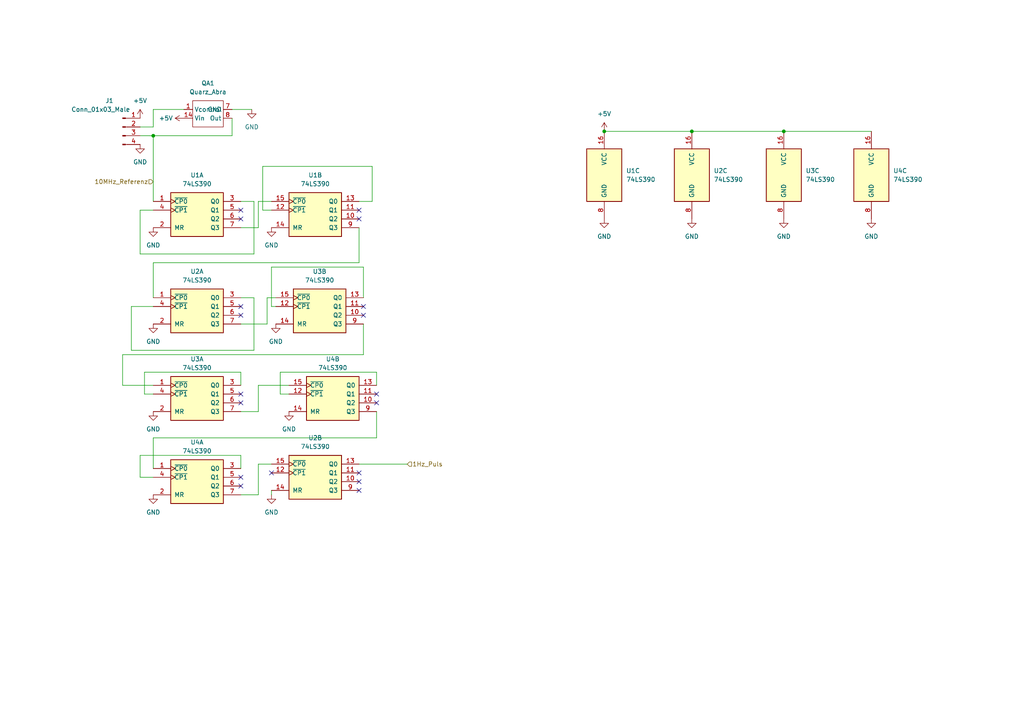
<source format=kicad_sch>
(kicad_sch (version 20211123) (generator eeschema)

  (uuid 1073eef9-231c-41a6-95ef-1b1d45b1153b)

  (paper "A4")

  (lib_symbols
    (symbol "74xx:74LS390" (pin_names (offset 1.016)) (in_bom yes) (on_board yes)
      (property "Reference" "U" (id 0) (at -7.62 8.89 0)
        (effects (font (size 1.27 1.27)))
      )
      (property "Value" "74LS390" (id 1) (at -7.62 -8.89 0)
        (effects (font (size 1.27 1.27)))
      )
      (property "Footprint" "" (id 2) (at 0 0 0)
        (effects (font (size 1.27 1.27)) hide)
      )
      (property "Datasheet" "http://www.ti.com/lit/gpn/sn74LS390" (id 3) (at 0 0 0)
        (effects (font (size 1.27 1.27)) hide)
      )
      (property "ki_locked" "" (id 4) (at 0 0 0)
        (effects (font (size 1.27 1.27)))
      )
      (property "ki_keywords" "TTL CNT CNT4" (id 5) (at 0 0 0)
        (effects (font (size 1.27 1.27)) hide)
      )
      (property "ki_description" "Dual BCD 4-bit counter" (id 6) (at 0 0 0)
        (effects (font (size 1.27 1.27)) hide)
      )
      (property "ki_fp_filters" "DIP?16*" (id 7) (at 0 0 0)
        (effects (font (size 1.27 1.27)) hide)
      )
      (symbol "74LS390_1_0"
        (pin input clock (at -12.7 2.54 0) (length 5.08)
          (name "~{CP0}" (effects (font (size 1.27 1.27))))
          (number "1" (effects (font (size 1.27 1.27))))
        )
        (pin input line (at -12.7 -5.08 0) (length 5.08)
          (name "MR" (effects (font (size 1.27 1.27))))
          (number "2" (effects (font (size 1.27 1.27))))
        )
        (pin output line (at 12.7 2.54 180) (length 5.08)
          (name "Q0" (effects (font (size 1.27 1.27))))
          (number "3" (effects (font (size 1.27 1.27))))
        )
        (pin input clock (at -12.7 0 0) (length 5.08)
          (name "~{CP1}" (effects (font (size 1.27 1.27))))
          (number "4" (effects (font (size 1.27 1.27))))
        )
        (pin output line (at 12.7 0 180) (length 5.08)
          (name "Q1" (effects (font (size 1.27 1.27))))
          (number "5" (effects (font (size 1.27 1.27))))
        )
        (pin output line (at 12.7 -2.54 180) (length 5.08)
          (name "Q2" (effects (font (size 1.27 1.27))))
          (number "6" (effects (font (size 1.27 1.27))))
        )
        (pin output line (at 12.7 -5.08 180) (length 5.08)
          (name "Q3" (effects (font (size 1.27 1.27))))
          (number "7" (effects (font (size 1.27 1.27))))
        )
      )
      (symbol "74LS390_1_1"
        (rectangle (start -7.62 5.08) (end 7.62 -7.62)
          (stroke (width 0.254) (type default) (color 0 0 0 0))
          (fill (type background))
        )
      )
      (symbol "74LS390_2_0"
        (pin output line (at 12.7 -2.54 180) (length 5.08)
          (name "Q2" (effects (font (size 1.27 1.27))))
          (number "10" (effects (font (size 1.27 1.27))))
        )
        (pin output line (at 12.7 0 180) (length 5.08)
          (name "Q1" (effects (font (size 1.27 1.27))))
          (number "11" (effects (font (size 1.27 1.27))))
        )
        (pin input clock (at -12.7 0 0) (length 5.08)
          (name "~{CP1}" (effects (font (size 1.27 1.27))))
          (number "12" (effects (font (size 1.27 1.27))))
        )
        (pin output line (at 12.7 2.54 180) (length 5.08)
          (name "Q0" (effects (font (size 1.27 1.27))))
          (number "13" (effects (font (size 1.27 1.27))))
        )
        (pin input line (at -12.7 -5.08 0) (length 5.08)
          (name "MR" (effects (font (size 1.27 1.27))))
          (number "14" (effects (font (size 1.27 1.27))))
        )
        (pin input clock (at -12.7 2.54 0) (length 5.08)
          (name "~{CP0}" (effects (font (size 1.27 1.27))))
          (number "15" (effects (font (size 1.27 1.27))))
        )
        (pin output line (at 12.7 -5.08 180) (length 5.08)
          (name "Q3" (effects (font (size 1.27 1.27))))
          (number "9" (effects (font (size 1.27 1.27))))
        )
      )
      (symbol "74LS390_2_1"
        (rectangle (start -7.62 5.08) (end 7.62 -7.62)
          (stroke (width 0.254) (type default) (color 0 0 0 0))
          (fill (type background))
        )
      )
      (symbol "74LS390_3_0"
        (pin power_in line (at 0 12.7 270) (length 5.08)
          (name "VCC" (effects (font (size 1.27 1.27))))
          (number "16" (effects (font (size 1.27 1.27))))
        )
        (pin power_in line (at 0 -12.7 90) (length 5.08)
          (name "GND" (effects (font (size 1.27 1.27))))
          (number "8" (effects (font (size 1.27 1.27))))
        )
      )
      (symbol "74LS390_3_1"
        (rectangle (start -5.08 7.62) (end 5.08 -7.62)
          (stroke (width 0.254) (type default) (color 0 0 0 0))
          (fill (type background))
        )
      )
    )
    (symbol "Connector:Conn_01x04_Male" (pin_names (offset 1.016) hide) (in_bom yes) (on_board yes)
      (property "Reference" "J" (id 0) (at 0 5.08 0)
        (effects (font (size 1.27 1.27)))
      )
      (property "Value" "Conn_01x04_Male" (id 1) (at 0 -7.62 0)
        (effects (font (size 1.27 1.27)))
      )
      (property "Footprint" "" (id 2) (at 0 0 0)
        (effects (font (size 1.27 1.27)) hide)
      )
      (property "Datasheet" "~" (id 3) (at 0 0 0)
        (effects (font (size 1.27 1.27)) hide)
      )
      (property "ki_keywords" "connector" (id 4) (at 0 0 0)
        (effects (font (size 1.27 1.27)) hide)
      )
      (property "ki_description" "Generic connector, single row, 01x04, script generated (kicad-library-utils/schlib/autogen/connector/)" (id 5) (at 0 0 0)
        (effects (font (size 1.27 1.27)) hide)
      )
      (property "ki_fp_filters" "Connector*:*_1x??_*" (id 6) (at 0 0 0)
        (effects (font (size 1.27 1.27)) hide)
      )
      (symbol "Conn_01x04_Male_1_1"
        (polyline
          (pts
            (xy 1.27 -5.08)
            (xy 0.8636 -5.08)
          )
          (stroke (width 0.1524) (type default) (color 0 0 0 0))
          (fill (type none))
        )
        (polyline
          (pts
            (xy 1.27 -2.54)
            (xy 0.8636 -2.54)
          )
          (stroke (width 0.1524) (type default) (color 0 0 0 0))
          (fill (type none))
        )
        (polyline
          (pts
            (xy 1.27 0)
            (xy 0.8636 0)
          )
          (stroke (width 0.1524) (type default) (color 0 0 0 0))
          (fill (type none))
        )
        (polyline
          (pts
            (xy 1.27 2.54)
            (xy 0.8636 2.54)
          )
          (stroke (width 0.1524) (type default) (color 0 0 0 0))
          (fill (type none))
        )
        (rectangle (start 0.8636 -4.953) (end 0 -5.207)
          (stroke (width 0.1524) (type default) (color 0 0 0 0))
          (fill (type outline))
        )
        (rectangle (start 0.8636 -2.413) (end 0 -2.667)
          (stroke (width 0.1524) (type default) (color 0 0 0 0))
          (fill (type outline))
        )
        (rectangle (start 0.8636 0.127) (end 0 -0.127)
          (stroke (width 0.1524) (type default) (color 0 0 0 0))
          (fill (type outline))
        )
        (rectangle (start 0.8636 2.667) (end 0 2.413)
          (stroke (width 0.1524) (type default) (color 0 0 0 0))
          (fill (type outline))
        )
        (pin passive line (at 5.08 2.54 180) (length 3.81)
          (name "Pin_1" (effects (font (size 1.27 1.27))))
          (number "1" (effects (font (size 1.27 1.27))))
        )
        (pin passive line (at 5.08 0 180) (length 3.81)
          (name "Pin_2" (effects (font (size 1.27 1.27))))
          (number "2" (effects (font (size 1.27 1.27))))
        )
        (pin passive line (at 5.08 -2.54 180) (length 3.81)
          (name "Pin_3" (effects (font (size 1.27 1.27))))
          (number "3" (effects (font (size 1.27 1.27))))
        )
        (pin passive line (at 5.08 -5.08 180) (length 3.81)
          (name "Pin_4" (effects (font (size 1.27 1.27))))
          (number "4" (effects (font (size 1.27 1.27))))
        )
      )
    )
    (symbol "New_Library:Quarz-Adapter" (in_bom yes) (on_board yes)
      (property "Reference" "QA1" (id 0) (at 9.525 19.05 0)
        (effects (font (size 1.27 1.27)))
      )
      (property "Value" "Quarz_Abra" (id 1) (at 9.525 16.51 0)
        (effects (font (size 1.27 1.27)))
      )
      (property "Footprint" "Library:Quarz-Abra" (id 2) (at 0 0 0)
        (effects (font (size 1.27 1.27)) hide)
      )
      (property "Datasheet" "" (id 3) (at 0 0 0)
        (effects (font (size 1.27 1.27)) hide)
      )
      (symbol "Quarz-Adapter_0_1"
        (rectangle (start 5.08 13.97) (end 13.97 6.35)
          (stroke (width 0) (type default) (color 0 0 0 0))
          (fill (type none))
        )
      )
      (symbol "Quarz-Adapter_1_1"
        (pin input line (at 2.54 11.43 0) (length 2.54)
          (name "Vcontrol" (effects (font (size 1.27 1.27))))
          (number "1" (effects (font (size 1.27 1.27))))
        )
        (pin input line (at 2.54 8.89 0) (length 2.54)
          (name "Vin" (effects (font (size 1.27 1.27))))
          (number "14" (effects (font (size 1.27 1.27))))
        )
        (pin output line (at 16.51 11.43 180) (length 2.54)
          (name "GND" (effects (font (size 1.27 1.27))))
          (number "7" (effects (font (size 1.27 1.27))))
        )
        (pin input line (at 16.51 8.89 180) (length 2.54)
          (name "Out" (effects (font (size 1.27 1.27))))
          (number "8" (effects (font (size 1.27 1.27))))
        )
      )
    )
    (symbol "power:+5V" (power) (pin_names (offset 0)) (in_bom yes) (on_board yes)
      (property "Reference" "#PWR" (id 0) (at 0 -3.81 0)
        (effects (font (size 1.27 1.27)) hide)
      )
      (property "Value" "+5V" (id 1) (at 0 3.556 0)
        (effects (font (size 1.27 1.27)))
      )
      (property "Footprint" "" (id 2) (at 0 0 0)
        (effects (font (size 1.27 1.27)) hide)
      )
      (property "Datasheet" "" (id 3) (at 0 0 0)
        (effects (font (size 1.27 1.27)) hide)
      )
      (property "ki_keywords" "power-flag" (id 4) (at 0 0 0)
        (effects (font (size 1.27 1.27)) hide)
      )
      (property "ki_description" "Power symbol creates a global label with name \"+5V\"" (id 5) (at 0 0 0)
        (effects (font (size 1.27 1.27)) hide)
      )
      (symbol "+5V_0_1"
        (polyline
          (pts
            (xy -0.762 1.27)
            (xy 0 2.54)
          )
          (stroke (width 0) (type default) (color 0 0 0 0))
          (fill (type none))
        )
        (polyline
          (pts
            (xy 0 0)
            (xy 0 2.54)
          )
          (stroke (width 0) (type default) (color 0 0 0 0))
          (fill (type none))
        )
        (polyline
          (pts
            (xy 0 2.54)
            (xy 0.762 1.27)
          )
          (stroke (width 0) (type default) (color 0 0 0 0))
          (fill (type none))
        )
      )
      (symbol "+5V_1_1"
        (pin power_in line (at 0 0 90) (length 0) hide
          (name "+5V" (effects (font (size 1.27 1.27))))
          (number "1" (effects (font (size 1.27 1.27))))
        )
      )
    )
    (symbol "power:GND" (power) (pin_names (offset 0)) (in_bom yes) (on_board yes)
      (property "Reference" "#PWR" (id 0) (at 0 -6.35 0)
        (effects (font (size 1.27 1.27)) hide)
      )
      (property "Value" "GND" (id 1) (at 0 -3.81 0)
        (effects (font (size 1.27 1.27)))
      )
      (property "Footprint" "" (id 2) (at 0 0 0)
        (effects (font (size 1.27 1.27)) hide)
      )
      (property "Datasheet" "" (id 3) (at 0 0 0)
        (effects (font (size 1.27 1.27)) hide)
      )
      (property "ki_keywords" "power-flag" (id 4) (at 0 0 0)
        (effects (font (size 1.27 1.27)) hide)
      )
      (property "ki_description" "Power symbol creates a global label with name \"GND\" , ground" (id 5) (at 0 0 0)
        (effects (font (size 1.27 1.27)) hide)
      )
      (symbol "GND_0_1"
        (polyline
          (pts
            (xy 0 0)
            (xy 0 -1.27)
            (xy 1.27 -1.27)
            (xy 0 -2.54)
            (xy -1.27 -1.27)
            (xy 0 -1.27)
          )
          (stroke (width 0) (type default) (color 0 0 0 0))
          (fill (type none))
        )
      )
      (symbol "GND_1_1"
        (pin power_in line (at 0 0 270) (length 0) hide
          (name "GND" (effects (font (size 1.27 1.27))))
          (number "1" (effects (font (size 1.27 1.27))))
        )
      )
    )
  )


  (junction (at 200.66 38.1) (diameter 0) (color 0 0 0 0)
    (uuid 0f4ab580-4f74-4b56-9c91-3fc48e3d1ba1)
  )
  (junction (at 175.26 38.1) (diameter 0) (color 0 0 0 0)
    (uuid 54780d6f-4b5b-4ba4-bc55-821e9c655b46)
  )
  (junction (at 227.33 38.1) (diameter 0) (color 0 0 0 0)
    (uuid 9cb83a21-6db2-485f-93ee-28a95e8d59a9)
  )
  (junction (at 44.45 39.37) (diameter 0) (color 0 0 0 0)
    (uuid a7fcb078-d5b3-4d95-9d5a-885b05880103)
  )

  (no_connect (at 69.85 138.43) (uuid 0590ff4d-0e5b-4e22-8f32-37ed11abb41f))
  (no_connect (at 104.14 139.7) (uuid 0c07548c-88e4-4616-a19b-32588a2d27c2))
  (no_connect (at 69.85 60.96) (uuid 271c4426-89f5-49c7-8458-98d4fe088398))
  (no_connect (at 109.22 114.3) (uuid 30004371-a761-497a-8ff7-fe5cf38da0d3))
  (no_connect (at 104.14 142.24) (uuid 3f29c595-9055-427c-aafc-6b484742d122))
  (no_connect (at 109.22 116.84) (uuid 44ab5de8-6349-45e3-bb57-0a769c47fe63))
  (no_connect (at 69.85 91.44) (uuid 55a21e83-9f84-466f-bcb7-feaf20793a52))
  (no_connect (at 69.85 88.9) (uuid 5f51869d-dad7-4131-94d5-2217b31a7e5c))
  (no_connect (at 105.41 91.44) (uuid 61021bfd-89b6-4bf4-ab3d-a2d869c5e217))
  (no_connect (at 104.14 63.5) (uuid 7f65efad-b7b3-4bf4-956d-f5e7eb52e318))
  (no_connect (at 69.85 140.97) (uuid 80221d4d-b10c-4397-9a23-766977a0a0cd))
  (no_connect (at 104.14 60.96) (uuid 8b84018d-ab60-4668-89fd-27d8dc096236))
  (no_connect (at 105.41 88.9) (uuid 945ac778-51df-41e0-8c14-7659135dd1f1))
  (no_connect (at 69.85 116.84) (uuid 97be3e54-f17e-4c9b-8c81-c497084cab81))
  (no_connect (at 78.74 137.16) (uuid a21ebde4-d09a-4a9c-bc23-4cfc6ba1bbb1))
  (no_connect (at 69.85 63.5) (uuid af5b5cab-ebcf-4391-848f-7f34e152448d))
  (no_connect (at 69.85 114.3) (uuid b0a40e3a-8444-417f-adee-8d4543f01d10))
  (no_connect (at 104.14 137.16) (uuid eade1c97-edb1-485e-a02d-0f209051e8d3))

  (wire (pts (xy 69.85 107.95) (xy 41.91 107.95))
    (stroke (width 0) (type default) (color 0 0 0 0))
    (uuid 01eb5fd9-7c11-4d24-b5a2-d423ac5da645)
  )
  (wire (pts (xy 69.85 119.38) (xy 74.93 119.38))
    (stroke (width 0) (type default) (color 0 0 0 0))
    (uuid 03fa870d-18bf-4de5-925c-5d642794fad2)
  )
  (wire (pts (xy 74.93 58.42) (xy 78.74 58.42))
    (stroke (width 0) (type default) (color 0 0 0 0))
    (uuid 085f2d3c-578e-4ed2-8b0d-00c38a7754c4)
  )
  (wire (pts (xy 35.56 102.87) (xy 35.56 111.76))
    (stroke (width 0) (type default) (color 0 0 0 0))
    (uuid 0aa38e14-75ec-4242-bbe6-06d7739c4c7b)
  )
  (wire (pts (xy 40.64 73.66) (xy 40.64 60.96))
    (stroke (width 0) (type default) (color 0 0 0 0))
    (uuid 11896fed-d1e9-488e-a437-75ae94cddd02)
  )
  (wire (pts (xy 77.47 86.36) (xy 80.01 86.36))
    (stroke (width 0) (type default) (color 0 0 0 0))
    (uuid 13a5c4b2-4b80-47f7-9394-60838122d2d5)
  )
  (wire (pts (xy 77.47 93.98) (xy 77.47 86.36))
    (stroke (width 0) (type default) (color 0 0 0 0))
    (uuid 1481778e-85bc-495e-858a-fd57adea0b8b)
  )
  (wire (pts (xy 44.45 127) (xy 44.45 135.89))
    (stroke (width 0) (type default) (color 0 0 0 0))
    (uuid 21d352ad-caea-4cfc-90ea-622e9c7cd52c)
  )
  (wire (pts (xy 73.66 101.6) (xy 38.1 101.6))
    (stroke (width 0) (type default) (color 0 0 0 0))
    (uuid 242f10dc-58b1-42d9-94a3-5cdfd9042b84)
  )
  (wire (pts (xy 69.85 132.08) (xy 40.64 132.08))
    (stroke (width 0) (type default) (color 0 0 0 0))
    (uuid 30f134c1-2dc2-48c1-98f0-dadc95767e5e)
  )
  (wire (pts (xy 73.66 73.66) (xy 40.64 73.66))
    (stroke (width 0) (type default) (color 0 0 0 0))
    (uuid 328d176f-9684-406c-98a9-8e1c8c644fdb)
  )
  (wire (pts (xy 227.33 38.1) (xy 252.73 38.1))
    (stroke (width 0) (type default) (color 0 0 0 0))
    (uuid 336b818c-4a14-49c3-9e76-0b8fc75530f1)
  )
  (wire (pts (xy 80.01 88.9) (xy 78.74 88.9))
    (stroke (width 0) (type default) (color 0 0 0 0))
    (uuid 378d9951-2bee-457c-bca1-10b0219e6613)
  )
  (wire (pts (xy 73.66 58.42) (xy 73.66 73.66))
    (stroke (width 0) (type default) (color 0 0 0 0))
    (uuid 395ed295-6772-4bbb-87cd-69fc5ef91d95)
  )
  (wire (pts (xy 38.1 101.6) (xy 38.1 88.9))
    (stroke (width 0) (type default) (color 0 0 0 0))
    (uuid 415946e8-ddb0-428d-afc2-7617a5fdccbe)
  )
  (wire (pts (xy 109.22 119.38) (xy 109.22 127))
    (stroke (width 0) (type default) (color 0 0 0 0))
    (uuid 44730939-c1fb-4541-b703-0724a04b63f7)
  )
  (wire (pts (xy 104.14 134.62) (xy 118.11 134.62))
    (stroke (width 0) (type default) (color 0 0 0 0))
    (uuid 46a98811-c429-4c92-ab1e-6007fa7e4285)
  )
  (wire (pts (xy 107.95 48.26) (xy 107.95 58.42))
    (stroke (width 0) (type default) (color 0 0 0 0))
    (uuid 49c36b10-a6e9-46a6-acc3-daa252ae652d)
  )
  (wire (pts (xy 44.45 127) (xy 109.22 127))
    (stroke (width 0) (type default) (color 0 0 0 0))
    (uuid 4afe8054-fbcb-4622-b12c-832f8561ffdb)
  )
  (wire (pts (xy 74.93 134.62) (xy 78.74 134.62))
    (stroke (width 0) (type default) (color 0 0 0 0))
    (uuid 4b8e2f56-cbe8-428f-a514-f60fcee3689b)
  )
  (wire (pts (xy 105.41 77.47) (xy 105.41 86.36))
    (stroke (width 0) (type default) (color 0 0 0 0))
    (uuid 58e43656-34a2-4c2e-91f0-7d609d583ef4)
  )
  (wire (pts (xy 78.74 60.96) (xy 76.2 60.96))
    (stroke (width 0) (type default) (color 0 0 0 0))
    (uuid 59a2daa8-9207-4896-89a6-9dd7b04c4afe)
  )
  (wire (pts (xy 69.85 66.04) (xy 74.93 66.04))
    (stroke (width 0) (type default) (color 0 0 0 0))
    (uuid 60647be1-70dc-4e7c-a962-4305a9b39203)
  )
  (wire (pts (xy 53.34 31.75) (xy 44.45 31.75))
    (stroke (width 0) (type default) (color 0 0 0 0))
    (uuid 6081d5c4-9b21-4ead-9486-ba3c7061d80d)
  )
  (wire (pts (xy 44.45 31.75) (xy 44.45 36.83))
    (stroke (width 0) (type default) (color 0 0 0 0))
    (uuid 63a60352-345e-47d5-a4ec-568d38088967)
  )
  (wire (pts (xy 76.2 48.26) (xy 107.95 48.26))
    (stroke (width 0) (type default) (color 0 0 0 0))
    (uuid 64d91f22-3df8-4067-a56d-308121e3febe)
  )
  (wire (pts (xy 44.45 39.37) (xy 44.45 58.42))
    (stroke (width 0) (type default) (color 0 0 0 0))
    (uuid 6aa2bfc0-bae2-4c20-a512-7719c8ee82c3)
  )
  (wire (pts (xy 67.31 31.75) (xy 73.025 31.75))
    (stroke (width 0) (type default) (color 0 0 0 0))
    (uuid 7049fadd-dc18-4f6e-9655-445270345b1b)
  )
  (wire (pts (xy 81.28 107.95) (xy 109.22 107.95))
    (stroke (width 0) (type default) (color 0 0 0 0))
    (uuid 737762a4-b624-4602-89c6-4e98a44feaaf)
  )
  (wire (pts (xy 74.93 143.51) (xy 74.93 134.62))
    (stroke (width 0) (type default) (color 0 0 0 0))
    (uuid 77105a77-55a5-4966-939f-d58e3c740dd5)
  )
  (wire (pts (xy 74.93 119.38) (xy 74.93 111.76))
    (stroke (width 0) (type default) (color 0 0 0 0))
    (uuid 7a16336c-0e58-42e9-bd11-bc40deb47fdf)
  )
  (wire (pts (xy 69.85 58.42) (xy 73.66 58.42))
    (stroke (width 0) (type default) (color 0 0 0 0))
    (uuid 7ab65d22-3fdf-4afc-9e9e-7843ec32d0af)
  )
  (wire (pts (xy 41.91 107.95) (xy 41.91 114.3))
    (stroke (width 0) (type default) (color 0 0 0 0))
    (uuid 7f758f41-40be-410e-9eae-0c4a7925d4f5)
  )
  (wire (pts (xy 40.64 36.83) (xy 44.45 36.83))
    (stroke (width 0) (type default) (color 0 0 0 0))
    (uuid 802b52f9-0dcc-452e-a8a6-ceafeb9a48de)
  )
  (wire (pts (xy 69.85 86.36) (xy 73.66 86.36))
    (stroke (width 0) (type default) (color 0 0 0 0))
    (uuid 812269ee-4857-40c2-a8d6-a765e59dbee0)
  )
  (wire (pts (xy 81.28 114.3) (xy 81.28 107.95))
    (stroke (width 0) (type default) (color 0 0 0 0))
    (uuid 89dace72-809d-405d-8751-46cfec8aa00e)
  )
  (wire (pts (xy 44.45 76.2) (xy 44.45 86.36))
    (stroke (width 0) (type default) (color 0 0 0 0))
    (uuid 8ff5b71d-2567-413c-a66d-3ac3e2fd3d22)
  )
  (wire (pts (xy 76.2 60.96) (xy 76.2 48.26))
    (stroke (width 0) (type default) (color 0 0 0 0))
    (uuid 915aeb27-697d-4216-b81a-c4b78bcbec36)
  )
  (wire (pts (xy 38.1 88.9) (xy 44.45 88.9))
    (stroke (width 0) (type default) (color 0 0 0 0))
    (uuid 9a00d7e1-2fec-4ec9-b6df-54b48cbc869d)
  )
  (wire (pts (xy 74.93 111.76) (xy 83.82 111.76))
    (stroke (width 0) (type default) (color 0 0 0 0))
    (uuid 9cc3a973-de43-4a30-9fe8-918a8d61032c)
  )
  (wire (pts (xy 40.64 132.08) (xy 40.64 138.43))
    (stroke (width 0) (type default) (color 0 0 0 0))
    (uuid 9f0cfaa5-bb32-43ad-ad4b-644ee00f46f0)
  )
  (wire (pts (xy 105.41 102.87) (xy 35.56 102.87))
    (stroke (width 0) (type default) (color 0 0 0 0))
    (uuid a12c4274-f27b-45af-b0ea-7ba4ba50b49a)
  )
  (wire (pts (xy 200.66 38.1) (xy 227.33 38.1))
    (stroke (width 0) (type default) (color 0 0 0 0))
    (uuid a307e859-7e39-4b28-981d-4c570bbe2836)
  )
  (wire (pts (xy 40.64 39.37) (xy 44.45 39.37))
    (stroke (width 0) (type default) (color 0 0 0 0))
    (uuid abec3e5b-9ba5-478f-8bea-5cc5d973e3d7)
  )
  (wire (pts (xy 175.26 38.1) (xy 200.66 38.1))
    (stroke (width 0) (type default) (color 0 0 0 0))
    (uuid ad91d51d-69a6-4895-81bd-1e2268f3fcba)
  )
  (wire (pts (xy 41.91 114.3) (xy 44.45 114.3))
    (stroke (width 0) (type default) (color 0 0 0 0))
    (uuid b81f1b1b-8935-4305-91f6-2fd379b069e4)
  )
  (wire (pts (xy 105.41 93.98) (xy 105.41 102.87))
    (stroke (width 0) (type default) (color 0 0 0 0))
    (uuid b8bf8fa6-356e-400f-b5a3-f4f787ba6f90)
  )
  (wire (pts (xy 74.93 66.04) (xy 74.93 58.42))
    (stroke (width 0) (type default) (color 0 0 0 0))
    (uuid bf8d2c1a-93fa-4f15-bf81-2c163a927b75)
  )
  (wire (pts (xy 69.85 143.51) (xy 74.93 143.51))
    (stroke (width 0) (type default) (color 0 0 0 0))
    (uuid c31021de-b2ed-4e9c-9545-bf69c7f05917)
  )
  (wire (pts (xy 109.22 107.95) (xy 109.22 111.76))
    (stroke (width 0) (type default) (color 0 0 0 0))
    (uuid cd2a2643-1cc3-493d-9740-85ee69efd227)
  )
  (wire (pts (xy 69.85 93.98) (xy 77.47 93.98))
    (stroke (width 0) (type default) (color 0 0 0 0))
    (uuid cec25410-d35a-40e4-b18e-9a1eeef0ae68)
  )
  (wire (pts (xy 78.74 88.9) (xy 78.74 77.47))
    (stroke (width 0) (type default) (color 0 0 0 0))
    (uuid d74006fa-0f84-47e2-bae1-1fb29523bff6)
  )
  (wire (pts (xy 104.14 66.04) (xy 104.14 76.2))
    (stroke (width 0) (type default) (color 0 0 0 0))
    (uuid d7506bb8-d382-4f66-9250-693f255900d9)
  )
  (wire (pts (xy 107.95 58.42) (xy 104.14 58.42))
    (stroke (width 0) (type default) (color 0 0 0 0))
    (uuid dbace8f7-1181-4024-97a0-82e34f32c4dc)
  )
  (wire (pts (xy 35.56 111.76) (xy 44.45 111.76))
    (stroke (width 0) (type default) (color 0 0 0 0))
    (uuid dd1b6899-32de-4ff4-9332-b1bcb177d463)
  )
  (wire (pts (xy 40.64 138.43) (xy 44.45 138.43))
    (stroke (width 0) (type default) (color 0 0 0 0))
    (uuid defa3d83-7e58-4424-b6ea-eaf406c805c7)
  )
  (wire (pts (xy 44.45 39.37) (xy 67.31 39.37))
    (stroke (width 0) (type default) (color 0 0 0 0))
    (uuid df5db1bc-1161-407a-b52b-e21d8ee37e23)
  )
  (wire (pts (xy 67.31 39.37) (xy 67.31 34.29))
    (stroke (width 0) (type default) (color 0 0 0 0))
    (uuid e04f9634-9454-4165-a90c-e011a8a5129f)
  )
  (wire (pts (xy 83.82 114.3) (xy 81.28 114.3))
    (stroke (width 0) (type default) (color 0 0 0 0))
    (uuid e2c382aa-fe95-4620-afe0-700078de31ef)
  )
  (wire (pts (xy 69.85 135.89) (xy 69.85 132.08))
    (stroke (width 0) (type default) (color 0 0 0 0))
    (uuid e75c2d6d-0c6d-4362-98b0-6d1ccbde518e)
  )
  (wire (pts (xy 78.74 77.47) (xy 105.41 77.47))
    (stroke (width 0) (type default) (color 0 0 0 0))
    (uuid e77bf8db-ca04-410a-a703-ec7f62980f16)
  )
  (wire (pts (xy 73.66 86.36) (xy 73.66 101.6))
    (stroke (width 0) (type default) (color 0 0 0 0))
    (uuid e7858d3c-6fd7-4cbc-bf60-e1420d3dc1a5)
  )
  (wire (pts (xy 69.85 111.76) (xy 69.85 107.95))
    (stroke (width 0) (type default) (color 0 0 0 0))
    (uuid ebabb6c7-9cff-4272-a252-9212c3acbbfe)
  )
  (wire (pts (xy 78.74 142.24) (xy 78.74 143.51))
    (stroke (width 0) (type default) (color 0 0 0 0))
    (uuid ecfb2ec1-824c-402f-a9fb-bcdd96d68488)
  )
  (wire (pts (xy 40.64 60.96) (xy 44.45 60.96))
    (stroke (width 0) (type default) (color 0 0 0 0))
    (uuid f1133e57-ed70-4a45-99e7-5f7e2e840ca2)
  )
  (wire (pts (xy 104.14 76.2) (xy 44.45 76.2))
    (stroke (width 0) (type default) (color 0 0 0 0))
    (uuid f21468ad-b35e-4fd0-b6aa-5331e564356a)
  )

  (hierarchical_label "1Hz_Puls" (shape input) (at 118.11 134.62 0)
    (effects (font (size 1.27 1.27)) (justify left))
    (uuid 8e5d5e7a-67f8-432f-9d48-030d7ba54ee4)
  )
  (hierarchical_label "10MHz_Referenz" (shape input) (at 44.45 52.705 180)
    (effects (font (size 1.27 1.27)) (justify right))
    (uuid b4a6fe92-02aa-45b1-af4a-e64c78250883)
  )

  (symbol (lib_id "power:GND") (at 80.01 93.98 0) (unit 1)
    (in_bom yes) (on_board yes) (fields_autoplaced)
    (uuid 01062577-9cad-409b-ac5e-2a2241728ae9)
    (property "Reference" "#PWR011" (id 0) (at 80.01 100.33 0)
      (effects (font (size 1.27 1.27)) hide)
    )
    (property "Value" "GND" (id 1) (at 80.01 99.06 0))
    (property "Footprint" "" (id 2) (at 80.01 93.98 0)
      (effects (font (size 1.27 1.27)) hide)
    )
    (property "Datasheet" "" (id 3) (at 80.01 93.98 0)
      (effects (font (size 1.27 1.27)) hide)
    )
    (pin "1" (uuid b6d4fde2-1226-40a8-8e64-e8ef65b727c4))
  )

  (symbol (lib_id "power:GND") (at 78.74 143.51 0) (unit 1)
    (in_bom yes) (on_board yes) (fields_autoplaced)
    (uuid 0bf01597-9984-4bb7-9886-a7b2045bcb2f)
    (property "Reference" "#PWR010" (id 0) (at 78.74 149.86 0)
      (effects (font (size 1.27 1.27)) hide)
    )
    (property "Value" "GND" (id 1) (at 78.74 148.59 0))
    (property "Footprint" "" (id 2) (at 78.74 143.51 0)
      (effects (font (size 1.27 1.27)) hide)
    )
    (property "Datasheet" "" (id 3) (at 78.74 143.51 0)
      (effects (font (size 1.27 1.27)) hide)
    )
    (pin "1" (uuid 3c88f6c7-2904-45cb-8c92-084b207ff193))
  )

  (symbol (lib_id "74xx:74LS390") (at 227.33 50.8 0) (unit 3)
    (in_bom yes) (on_board yes) (fields_autoplaced)
    (uuid 1698bcc8-8ba9-43f9-b5f6-4f8b7aa3b83e)
    (property "Reference" "U3" (id 0) (at 233.68 49.5299 0)
      (effects (font (size 1.27 1.27)) (justify left))
    )
    (property "Value" "74LS390" (id 1) (at 233.68 52.0699 0)
      (effects (font (size 1.27 1.27)) (justify left))
    )
    (property "Footprint" "Package_SO:SSOP-16_4.4x5.2mm_P0.65mm" (id 2) (at 227.33 50.8 0)
      (effects (font (size 1.27 1.27)) hide)
    )
    (property "Datasheet" "http://www.ti.com/lit/gpn/sn74LS390" (id 3) (at 227.33 50.8 0)
      (effects (font (size 1.27 1.27)) hide)
    )
    (pin "1" (uuid 201597f9-04ee-46d8-8163-f0ddefb5bebd))
    (pin "2" (uuid caab3d11-be57-45f2-b134-eb05363f3e04))
    (pin "3" (uuid a37e456e-06b0-4394-908b-05327c6b9ced))
    (pin "4" (uuid a9ecbcac-bd52-42c2-9e36-d41edcbd2a98))
    (pin "5" (uuid 82b04726-b752-4f66-93ee-62c97349cac0))
    (pin "6" (uuid c746480e-7b29-495c-a060-201aaab9f2c7))
    (pin "7" (uuid 7c37cbc3-edcd-4597-aca9-0c4474525b44))
    (pin "10" (uuid 5bcd2621-2026-4950-8cea-572bd2742f04))
    (pin "11" (uuid f4ea5644-c599-42bd-a591-9deb773b5517))
    (pin "12" (uuid 129b4fd9-906e-4c68-83ae-1f09d7f10fa8))
    (pin "13" (uuid d5ffae55-bd6e-4710-afc2-67a9090f23c6))
    (pin "14" (uuid 697f1788-1fa2-4125-a179-696cd2ae4c7e))
    (pin "15" (uuid 74ddf00a-971c-4838-af5d-d5e8ce491e47))
    (pin "9" (uuid 3c25fb51-c638-483b-ad3e-f8d42ae17b6d))
    (pin "16" (uuid de8249b0-1a0f-480f-b6e8-92ca4d0e8bb6))
    (pin "8" (uuid 38e95369-8245-4465-af12-054b7cdb019a))
  )

  (symbol (lib_id "74xx:74LS390") (at 57.15 114.3 0) (unit 1)
    (in_bom yes) (on_board yes) (fields_autoplaced)
    (uuid 214ae3e4-1115-49ac-854d-273ae27abbb2)
    (property "Reference" "U3" (id 0) (at 57.15 104.14 0))
    (property "Value" "74LS390" (id 1) (at 57.15 106.68 0))
    (property "Footprint" "Package_SO:SSOP-16_4.4x5.2mm_P0.65mm" (id 2) (at 57.15 114.3 0)
      (effects (font (size 1.27 1.27)) hide)
    )
    (property "Datasheet" "http://www.ti.com/lit/gpn/sn74LS390" (id 3) (at 57.15 114.3 0)
      (effects (font (size 1.27 1.27)) hide)
    )
    (pin "1" (uuid 53934ad9-0d67-45c2-be65-5df0f66f5a42))
    (pin "2" (uuid f93d4fe1-2db3-4ce0-b032-19d6927751ad))
    (pin "3" (uuid d5d26659-4e36-48eb-9eed-ec88deb3c7b6))
    (pin "4" (uuid c13fdb5e-5f6e-4532-9b9b-ab77209fbb23))
    (pin "5" (uuid 60d61040-2085-432a-b4f4-978402d3695a))
    (pin "6" (uuid 7e2cf625-331a-4c9a-9324-bdbec4bab6a3))
    (pin "7" (uuid 3c47f3ad-a1e9-421c-b93d-4edbbb56502d))
    (pin "10" (uuid 6468002b-b451-47d3-abfb-86d86d02956b))
    (pin "11" (uuid 5acae846-8590-4e29-b763-6ac143ab18c9))
    (pin "12" (uuid 2ff679a4-5666-49dc-937b-aeb9227a4426))
    (pin "13" (uuid 098012dd-5288-47c9-b965-d2b0ef6499bd))
    (pin "14" (uuid 62a1afdc-e217-4fc2-8c60-84ea5c44e3d0))
    (pin "15" (uuid 9f72291e-27dd-4fc7-83b6-4ccaf6258e30))
    (pin "9" (uuid 022df40a-4271-462d-b43e-b39ed60e8a08))
    (pin "16" (uuid 0f4f12c5-8d4f-4c3a-adb8-4cb36a997507))
    (pin "8" (uuid 07eabded-f580-4be4-bc79-f08f7d364649))
  )

  (symbol (lib_id "power:GND") (at 227.33 63.5 0) (unit 1)
    (in_bom yes) (on_board yes) (fields_autoplaced)
    (uuid 279cda55-97fc-47c9-96b0-2a314c3df714)
    (property "Reference" "#PWR016" (id 0) (at 227.33 69.85 0)
      (effects (font (size 1.27 1.27)) hide)
    )
    (property "Value" "GND" (id 1) (at 227.33 68.58 0))
    (property "Footprint" "" (id 2) (at 227.33 63.5 0)
      (effects (font (size 1.27 1.27)) hide)
    )
    (property "Datasheet" "" (id 3) (at 227.33 63.5 0)
      (effects (font (size 1.27 1.27)) hide)
    )
    (pin "1" (uuid 0f0b8f93-8bc6-49e2-bdce-320e04ef702d))
  )

  (symbol (lib_id "power:+5V") (at 53.34 34.29 90) (unit 1)
    (in_bom yes) (on_board yes) (fields_autoplaced)
    (uuid 2fea4184-1287-412a-925a-a2ec0d69aca4)
    (property "Reference" "#PWR08" (id 0) (at 57.15 34.29 0)
      (effects (font (size 1.27 1.27)) hide)
    )
    (property "Value" "+5V" (id 1) (at 50.165 34.2899 90)
      (effects (font (size 1.27 1.27)) (justify left))
    )
    (property "Footprint" "" (id 2) (at 53.34 34.29 0)
      (effects (font (size 1.27 1.27)) hide)
    )
    (property "Datasheet" "" (id 3) (at 53.34 34.29 0)
      (effects (font (size 1.27 1.27)) hide)
    )
    (pin "1" (uuid 1b53183a-0580-45ed-9b97-01e7d761848e))
  )

  (symbol (lib_id "New_Library:Quarz-Adapter") (at 50.8 43.18 0) (unit 1)
    (in_bom yes) (on_board yes) (fields_autoplaced)
    (uuid 3324b588-430e-41d8-9d7f-7221aed2a300)
    (property "Reference" "QA1" (id 0) (at 60.325 24.13 0))
    (property "Value" "Quarz_Abra" (id 1) (at 60.325 26.67 0))
    (property "Footprint" "Library:Quarz-Abra" (id 2) (at 50.8 43.18 0)
      (effects (font (size 1.27 1.27)) hide)
    )
    (property "Datasheet" "" (id 3) (at 50.8 43.18 0)
      (effects (font (size 1.27 1.27)) hide)
    )
    (pin "1" (uuid bf138943-25ad-4bbd-b344-987bfe5c876f))
    (pin "14" (uuid 870d96e2-cd3a-4bc2-beda-2c423dd0ecb6))
    (pin "7" (uuid 64cbea5d-ee62-4fb6-9a90-91f309e13ceb))
    (pin "8" (uuid 30ffa702-d1d4-49e9-9bd0-47122fbb3a81))
  )

  (symbol (lib_id "power:+5V") (at 175.26 38.1 0) (unit 1)
    (in_bom yes) (on_board yes) (fields_autoplaced)
    (uuid 33eaeaee-4fdd-4f70-9bdf-c17b7b88b2bd)
    (property "Reference" "#PWR013" (id 0) (at 175.26 41.91 0)
      (effects (font (size 1.27 1.27)) hide)
    )
    (property "Value" "+5V" (id 1) (at 175.26 33.02 0))
    (property "Footprint" "" (id 2) (at 175.26 38.1 0)
      (effects (font (size 1.27 1.27)) hide)
    )
    (property "Datasheet" "" (id 3) (at 175.26 38.1 0)
      (effects (font (size 1.27 1.27)) hide)
    )
    (pin "1" (uuid c5444d02-7855-4c8d-ac50-39dc1ff64bc9))
  )

  (symbol (lib_id "power:GND") (at 44.45 93.98 0) (unit 1)
    (in_bom yes) (on_board yes) (fields_autoplaced)
    (uuid 3e7a2b30-d2e2-40a8-9cbc-f976e7d75e45)
    (property "Reference" "#PWR04" (id 0) (at 44.45 100.33 0)
      (effects (font (size 1.27 1.27)) hide)
    )
    (property "Value" "GND" (id 1) (at 44.45 99.06 0))
    (property "Footprint" "" (id 2) (at 44.45 93.98 0)
      (effects (font (size 1.27 1.27)) hide)
    )
    (property "Datasheet" "" (id 3) (at 44.45 93.98 0)
      (effects (font (size 1.27 1.27)) hide)
    )
    (pin "1" (uuid e85f60bf-c1b4-448e-b619-bc1f4d7481c9))
  )

  (symbol (lib_id "74xx:74LS390") (at 91.44 137.16 0) (unit 2)
    (in_bom yes) (on_board yes) (fields_autoplaced)
    (uuid 43703c2f-da30-45f7-acb8-741df626137d)
    (property "Reference" "U2" (id 0) (at 91.44 127 0))
    (property "Value" "74LS390" (id 1) (at 91.44 129.54 0))
    (property "Footprint" "Package_SO:SSOP-16_4.4x5.2mm_P0.65mm" (id 2) (at 91.44 137.16 0)
      (effects (font (size 1.27 1.27)) hide)
    )
    (property "Datasheet" "http://www.ti.com/lit/gpn/sn74LS390" (id 3) (at 91.44 137.16 0)
      (effects (font (size 1.27 1.27)) hide)
    )
    (pin "1" (uuid d3b59775-a610-4550-bf30-159d5afdb06b))
    (pin "2" (uuid 328d1e85-38c3-46ae-87a0-72d1de6550d6))
    (pin "3" (uuid 1f157b1b-4181-4924-8ba3-21f9e7cf2292))
    (pin "4" (uuid 638b0195-70aa-4ba3-a64e-351a204af55d))
    (pin "5" (uuid 45b66b7f-bded-4c41-bc93-104357722246))
    (pin "6" (uuid 6df904e5-b7fb-424d-ac75-e0afb0d0962d))
    (pin "7" (uuid b71700d0-ac5d-4826-9011-ba493beed10b))
    (pin "10" (uuid 6034321d-7bb5-40d1-ac30-bf5a504e6eb8))
    (pin "11" (uuid 20b44910-7c0d-4474-8734-f979210d49bc))
    (pin "12" (uuid 619ddada-3bf5-4c5f-a508-a63756ca2d1f))
    (pin "13" (uuid 32678ffb-db2d-47f3-966f-962aa7c08ea2))
    (pin "14" (uuid 67492b7d-1b92-4b4d-b678-29fba9f37908))
    (pin "15" (uuid 9cd6f2a2-7aa3-4f45-9b32-86980052d036))
    (pin "9" (uuid 926c2208-bbc6-4dd9-9a74-93b23beadb29))
    (pin "16" (uuid 27c3173c-052b-44d9-bab4-f0b1416469e2))
    (pin "8" (uuid 86f2dec6-d5fb-4a2e-ae60-ff45497813df))
  )

  (symbol (lib_id "power:+5V") (at 40.64 34.29 0) (unit 1)
    (in_bom yes) (on_board yes) (fields_autoplaced)
    (uuid 4ad267b7-9d9d-4ed2-919f-793eec8fa946)
    (property "Reference" "#PWR01" (id 0) (at 40.64 38.1 0)
      (effects (font (size 1.27 1.27)) hide)
    )
    (property "Value" "+5V" (id 1) (at 40.64 29.21 0))
    (property "Footprint" "" (id 2) (at 40.64 34.29 0)
      (effects (font (size 1.27 1.27)) hide)
    )
    (property "Datasheet" "" (id 3) (at 40.64 34.29 0)
      (effects (font (size 1.27 1.27)) hide)
    )
    (pin "1" (uuid c6eaf287-67b9-4825-a872-5dead65a2855))
  )

  (symbol (lib_id "Connector:Conn_01x04_Male") (at 35.56 36.83 0) (unit 1)
    (in_bom yes) (on_board yes)
    (uuid 62de5653-0d2a-409b-bd6e-976dafa0941e)
    (property "Reference" "J1" (id 0) (at 31.75 29.21 0))
    (property "Value" "Conn_01x03_Male" (id 1) (at 29.21 31.75 0))
    (property "Footprint" "Connector_JST:JST_PH_B4B-PH-K_1x04_P2.00mm_Vertical" (id 2) (at 35.56 36.83 0)
      (effects (font (size 1.27 1.27)) hide)
    )
    (property "Datasheet" "~" (id 3) (at 35.56 36.83 0)
      (effects (font (size 1.27 1.27)) hide)
    )
    (pin "1" (uuid 18c69bf5-faee-4630-b72d-a1fcc41869ed))
    (pin "2" (uuid 26a8d010-4772-40b1-9922-770114bfb031))
    (pin "3" (uuid 11fa2008-5f5c-460f-a9c2-94476df8f3de))
    (pin "4" (uuid 47789818-016e-4908-91a5-2b244857bdfc))
  )

  (symbol (lib_id "power:GND") (at 40.64 41.91 0) (unit 1)
    (in_bom yes) (on_board yes) (fields_autoplaced)
    (uuid 64283275-66e9-4786-9951-94c9b925af0a)
    (property "Reference" "#PWR02" (id 0) (at 40.64 48.26 0)
      (effects (font (size 1.27 1.27)) hide)
    )
    (property "Value" "GND" (id 1) (at 40.64 46.99 0))
    (property "Footprint" "" (id 2) (at 40.64 41.91 0)
      (effects (font (size 1.27 1.27)) hide)
    )
    (property "Datasheet" "" (id 3) (at 40.64 41.91 0)
      (effects (font (size 1.27 1.27)) hide)
    )
    (pin "1" (uuid b748a457-93b5-489a-88d5-7b79deec1d43))
  )

  (symbol (lib_id "power:GND") (at 252.73 63.5 0) (unit 1)
    (in_bom yes) (on_board yes) (fields_autoplaced)
    (uuid 69e8084f-27ab-4e1b-b28e-574e8d2c5ff1)
    (property "Reference" "#PWR017" (id 0) (at 252.73 69.85 0)
      (effects (font (size 1.27 1.27)) hide)
    )
    (property "Value" "GND" (id 1) (at 252.73 68.58 0))
    (property "Footprint" "" (id 2) (at 252.73 63.5 0)
      (effects (font (size 1.27 1.27)) hide)
    )
    (property "Datasheet" "" (id 3) (at 252.73 63.5 0)
      (effects (font (size 1.27 1.27)) hide)
    )
    (pin "1" (uuid ed007709-6b61-43cb-944d-bcab54ec865b))
  )

  (symbol (lib_id "74xx:74LS390") (at 57.15 60.96 0) (unit 1)
    (in_bom yes) (on_board yes) (fields_autoplaced)
    (uuid 7f8ab9b4-6de7-4613-8ba2-71fd04484073)
    (property "Reference" "U1" (id 0) (at 57.15 50.8 0))
    (property "Value" "74LS390" (id 1) (at 57.15 53.34 0))
    (property "Footprint" "Package_SO:SSOP-16_4.4x5.2mm_P0.65mm" (id 2) (at 57.15 60.96 0)
      (effects (font (size 1.27 1.27)) hide)
    )
    (property "Datasheet" "http://www.ti.com/lit/gpn/sn74LS390" (id 3) (at 57.15 60.96 0)
      (effects (font (size 1.27 1.27)) hide)
    )
    (pin "1" (uuid 95e1d1d1-18c8-438d-b76c-768a16397257))
    (pin "2" (uuid e29b3396-b063-42aa-8cb5-5984624c0976))
    (pin "3" (uuid 20d1c013-df8b-4a2e-aacc-3c986836b6d6))
    (pin "4" (uuid 3148c309-45fe-4959-9b49-a8901c4f6430))
    (pin "5" (uuid ea7b6321-95be-4604-8b8b-e4a35e720c55))
    (pin "6" (uuid 5648ced8-7493-4422-9760-c0084334bcd3))
    (pin "7" (uuid 9359edca-c0d9-483e-8209-28d5aa5ff3c1))
    (pin "10" (uuid 4a106b49-f708-41da-bcf1-fe541acbabbd))
    (pin "11" (uuid 42c8d073-0ae9-4adc-8f23-434606033d50))
    (pin "12" (uuid 4e09bb3d-2f25-4d2f-b437-da64101f2075))
    (pin "13" (uuid a03e0265-0194-497c-a99e-0785b8278a17))
    (pin "14" (uuid d0e247a7-bd47-42d4-a618-06642a5d3c7c))
    (pin "15" (uuid 430b627e-093f-4475-bbfc-48efc61727de))
    (pin "9" (uuid 6a9b6482-b241-4cfe-914a-4782ca01ee05))
    (pin "16" (uuid 265ccd7e-ff1a-47c4-9087-abe316db22aa))
    (pin "8" (uuid 1c687d4d-31fe-4ba1-b960-8bd3ae52a2e4))
  )

  (symbol (lib_id "power:GND") (at 44.45 119.38 0) (unit 1)
    (in_bom yes) (on_board yes) (fields_autoplaced)
    (uuid 873507fe-b697-4902-a1ec-a6af02376cbe)
    (property "Reference" "#PWR05" (id 0) (at 44.45 125.73 0)
      (effects (font (size 1.27 1.27)) hide)
    )
    (property "Value" "GND" (id 1) (at 44.45 124.46 0))
    (property "Footprint" "" (id 2) (at 44.45 119.38 0)
      (effects (font (size 1.27 1.27)) hide)
    )
    (property "Datasheet" "" (id 3) (at 44.45 119.38 0)
      (effects (font (size 1.27 1.27)) hide)
    )
    (pin "1" (uuid 1ae092ae-9a98-44da-aaf3-4882c02591c9))
  )

  (symbol (lib_id "74xx:74LS390") (at 200.66 50.8 0) (unit 3)
    (in_bom yes) (on_board yes) (fields_autoplaced)
    (uuid 908cbf40-9bcd-456d-aa47-d8c95539b71a)
    (property "Reference" "U2" (id 0) (at 207.01 49.5299 0)
      (effects (font (size 1.27 1.27)) (justify left))
    )
    (property "Value" "74LS390" (id 1) (at 207.01 52.0699 0)
      (effects (font (size 1.27 1.27)) (justify left))
    )
    (property "Footprint" "Package_SO:SSOP-16_4.4x5.2mm_P0.65mm" (id 2) (at 200.66 50.8 0)
      (effects (font (size 1.27 1.27)) hide)
    )
    (property "Datasheet" "http://www.ti.com/lit/gpn/sn74LS390" (id 3) (at 200.66 50.8 0)
      (effects (font (size 1.27 1.27)) hide)
    )
    (pin "1" (uuid 7d0af942-b982-40db-bb91-8193b4d74406))
    (pin "2" (uuid a9b37797-2624-4f1f-9ecd-181546639fcc))
    (pin "3" (uuid 3ab546f0-2b89-4703-bd43-f2a27abfa850))
    (pin "4" (uuid ddc4f3af-9fa8-4e38-a63b-284e99274109))
    (pin "5" (uuid e80307d7-a65b-4a29-b516-294722622773))
    (pin "6" (uuid d795e629-5a99-436a-85c8-cf76e7325942))
    (pin "7" (uuid d7e811ba-12e4-4fe2-b05a-0b54cdc7fadd))
    (pin "10" (uuid a113b177-f4d7-4dba-895a-3e0f2a5dd3e0))
    (pin "11" (uuid 26330c3f-1d3c-404a-8702-816e2b3146f9))
    (pin "12" (uuid e186dfbf-6264-44cd-a460-38b72ea1e0ce))
    (pin "13" (uuid 55a25fd8-a0b1-4c21-ab73-4b141dfeb8cd))
    (pin "14" (uuid 383c0ef2-cd39-457f-b401-696b5366b4b4))
    (pin "15" (uuid 657a0301-5740-4463-82dc-957a95e54314))
    (pin "9" (uuid 8a99a3ea-9ecf-4f33-8baf-bf215b5267ad))
    (pin "16" (uuid 779c6db5-c0cb-4dad-ada7-aeb3fa383434))
    (pin "8" (uuid 89fbe567-b616-47c8-aa31-ddcf330c4157))
  )

  (symbol (lib_id "power:GND") (at 83.82 119.38 0) (unit 1)
    (in_bom yes) (on_board yes) (fields_autoplaced)
    (uuid 9f95aba0-ae8b-4222-b055-99a6c73fc23f)
    (property "Reference" "#PWR012" (id 0) (at 83.82 125.73 0)
      (effects (font (size 1.27 1.27)) hide)
    )
    (property "Value" "GND" (id 1) (at 83.82 124.46 0))
    (property "Footprint" "" (id 2) (at 83.82 119.38 0)
      (effects (font (size 1.27 1.27)) hide)
    )
    (property "Datasheet" "" (id 3) (at 83.82 119.38 0)
      (effects (font (size 1.27 1.27)) hide)
    )
    (pin "1" (uuid 4a0fd787-808d-460b-ad87-916769c1c89e))
  )

  (symbol (lib_id "power:GND") (at 78.74 66.04 0) (unit 1)
    (in_bom yes) (on_board yes) (fields_autoplaced)
    (uuid a35c0d88-bf94-4e04-b63d-210f9b5f07b3)
    (property "Reference" "#PWR09" (id 0) (at 78.74 72.39 0)
      (effects (font (size 1.27 1.27)) hide)
    )
    (property "Value" "GND" (id 1) (at 78.74 71.12 0))
    (property "Footprint" "" (id 2) (at 78.74 66.04 0)
      (effects (font (size 1.27 1.27)) hide)
    )
    (property "Datasheet" "" (id 3) (at 78.74 66.04 0)
      (effects (font (size 1.27 1.27)) hide)
    )
    (pin "1" (uuid 64951d5c-982b-40bf-9619-81a9660faeff))
  )

  (symbol (lib_id "power:GND") (at 200.66 63.5 0) (unit 1)
    (in_bom yes) (on_board yes) (fields_autoplaced)
    (uuid ad906eb0-93aa-402e-8506-3afa3db41ef6)
    (property "Reference" "#PWR015" (id 0) (at 200.66 69.85 0)
      (effects (font (size 1.27 1.27)) hide)
    )
    (property "Value" "GND" (id 1) (at 200.66 68.58 0))
    (property "Footprint" "" (id 2) (at 200.66 63.5 0)
      (effects (font (size 1.27 1.27)) hide)
    )
    (property "Datasheet" "" (id 3) (at 200.66 63.5 0)
      (effects (font (size 1.27 1.27)) hide)
    )
    (pin "1" (uuid c118d8cc-1304-485a-b01a-a1b5dfae5025))
  )

  (symbol (lib_id "power:GND") (at 44.45 66.04 0) (unit 1)
    (in_bom yes) (on_board yes) (fields_autoplaced)
    (uuid bc5b8345-2ac6-47fc-bdc6-25f13dd37340)
    (property "Reference" "#PWR03" (id 0) (at 44.45 72.39 0)
      (effects (font (size 1.27 1.27)) hide)
    )
    (property "Value" "GND" (id 1) (at 44.45 71.12 0))
    (property "Footprint" "" (id 2) (at 44.45 66.04 0)
      (effects (font (size 1.27 1.27)) hide)
    )
    (property "Datasheet" "" (id 3) (at 44.45 66.04 0)
      (effects (font (size 1.27 1.27)) hide)
    )
    (pin "1" (uuid 38b1d779-c7da-4457-9718-9664c7058bcf))
  )

  (symbol (lib_id "74xx:74LS390") (at 252.73 50.8 0) (unit 3)
    (in_bom yes) (on_board yes) (fields_autoplaced)
    (uuid be540e36-7ff1-44be-8c3e-0adcf1724fa2)
    (property "Reference" "U4" (id 0) (at 259.08 49.5299 0)
      (effects (font (size 1.27 1.27)) (justify left))
    )
    (property "Value" "74LS390" (id 1) (at 259.08 52.0699 0)
      (effects (font (size 1.27 1.27)) (justify left))
    )
    (property "Footprint" "Package_SO:SSOP-16_4.4x5.2mm_P0.65mm" (id 2) (at 252.73 50.8 0)
      (effects (font (size 1.27 1.27)) hide)
    )
    (property "Datasheet" "http://www.ti.com/lit/gpn/sn74LS390" (id 3) (at 252.73 50.8 0)
      (effects (font (size 1.27 1.27)) hide)
    )
    (pin "1" (uuid 4dcb5000-1cd5-4353-96ac-66b9111281af))
    (pin "2" (uuid 1d3c030b-92b2-433c-ad00-dbd6e4eaf51f))
    (pin "3" (uuid 4d00cc20-5f31-415e-9428-40d31b132d62))
    (pin "4" (uuid a0585474-3da3-4dbb-a16f-1cd74beb9204))
    (pin "5" (uuid 15fc3924-ce0f-463f-a086-8c85e733e8ca))
    (pin "6" (uuid ee467113-27d4-4321-aeb8-7caa4c7bfb0f))
    (pin "7" (uuid 7a938376-8aaf-4f52-8c55-0dcaa59d9208))
    (pin "10" (uuid ca1857c5-288f-4380-9a01-7bf2323df39d))
    (pin "11" (uuid 2d3ae162-5aff-4adb-98d9-91845c0c9898))
    (pin "12" (uuid 6e7588ab-3def-4e3a-a984-bb001e46ad1d))
    (pin "13" (uuid 2d670f24-5ee6-4dd3-9964-65291becda29))
    (pin "14" (uuid d5575236-b160-47dd-ad7f-608633b94640))
    (pin "15" (uuid c5c79eeb-5fe0-4118-b91e-b88bce1637d0))
    (pin "9" (uuid 444c4976-da04-4393-a93f-8a7c75e6a44c))
    (pin "16" (uuid 14f6fbea-2c6c-462c-9561-872de15775c0))
    (pin "8" (uuid a7113efe-ec70-436a-b5dd-f65fbf27627b))
  )

  (symbol (lib_id "74xx:74LS390") (at 175.26 50.8 0) (unit 3)
    (in_bom yes) (on_board yes) (fields_autoplaced)
    (uuid cbf2e5e8-f011-4edb-845a-bd0df246040a)
    (property "Reference" "U1" (id 0) (at 181.61 49.5299 0)
      (effects (font (size 1.27 1.27)) (justify left))
    )
    (property "Value" "74LS390" (id 1) (at 181.61 52.0699 0)
      (effects (font (size 1.27 1.27)) (justify left))
    )
    (property "Footprint" "Package_SO:SSOP-16_4.4x5.2mm_P0.65mm" (id 2) (at 175.26 50.8 0)
      (effects (font (size 1.27 1.27)) hide)
    )
    (property "Datasheet" "http://www.ti.com/lit/gpn/sn74LS390" (id 3) (at 175.26 50.8 0)
      (effects (font (size 1.27 1.27)) hide)
    )
    (pin "1" (uuid eaba84b7-1b9c-47b8-ace7-3f95b35aedd6))
    (pin "2" (uuid 9db11668-1b88-4866-8607-0cae274729c0))
    (pin "3" (uuid b186e6ca-8c61-4d6e-8bfe-811b9229c60c))
    (pin "4" (uuid c2e8b92e-0fad-4960-b280-abcd5a93abdc))
    (pin "5" (uuid 13df3eff-7065-411f-ad8d-a1e1343823f5))
    (pin "6" (uuid c6b3185c-c602-4f0b-9b2f-2af59ac4d8b3))
    (pin "7" (uuid 93337d0c-6186-405f-8578-41d7ab7081ef))
    (pin "10" (uuid 4209d283-c723-4b6b-85c9-7e8bc8f9e102))
    (pin "11" (uuid 09b46e00-ecd5-42d6-b48e-f40c4a30c58f))
    (pin "12" (uuid ba94d926-5bb3-4a55-aea8-f4817f720077))
    (pin "13" (uuid 9d48b0ab-bdcc-42b5-968c-40ec44962a8f))
    (pin "14" (uuid b07fb4f6-bbfe-4fc0-919d-07fcdbe84981))
    (pin "15" (uuid aa23e3d6-7877-422a-86d7-9c92de7240bf))
    (pin "9" (uuid 602f7002-21de-451f-b4a0-48fc653571ff))
    (pin "16" (uuid 8060b1d1-6101-4aa7-881f-18f0ddf8f917))
    (pin "8" (uuid 5b04a5a9-8eda-46db-a5b3-c688fb04b4f3))
  )

  (symbol (lib_id "74xx:74LS390") (at 96.52 114.3 0) (unit 2)
    (in_bom yes) (on_board yes) (fields_autoplaced)
    (uuid ce15eb3d-332f-4377-ba30-06a4ec654dcc)
    (property "Reference" "U4" (id 0) (at 96.52 104.14 0))
    (property "Value" "74LS390" (id 1) (at 96.52 106.68 0))
    (property "Footprint" "Package_SO:SSOP-16_4.4x5.2mm_P0.65mm" (id 2) (at 96.52 114.3 0)
      (effects (font (size 1.27 1.27)) hide)
    )
    (property "Datasheet" "http://www.ti.com/lit/gpn/sn74LS390" (id 3) (at 96.52 114.3 0)
      (effects (font (size 1.27 1.27)) hide)
    )
    (pin "1" (uuid 58d92be1-1c7b-472b-b817-9333a0abc65a))
    (pin "2" (uuid e0051164-72ed-41e4-8392-8e5fb6750263))
    (pin "3" (uuid 128d2990-3a04-460c-9a18-48aa97f20212))
    (pin "4" (uuid 2cf27ca8-b25d-4099-a400-94e9dd17c640))
    (pin "5" (uuid bba5c5dd-e3a5-49f4-a1b0-f25a42ceebbd))
    (pin "6" (uuid 0821ef70-ee4f-476b-b276-a4f31d981dc0))
    (pin "7" (uuid e6032b0e-ecde-4152-9925-e278450d3fa8))
    (pin "10" (uuid d610a8b7-0303-4e8b-a016-15acfb61ecfb))
    (pin "11" (uuid b7a594e4-16e5-45de-b234-d38d57e71e5a))
    (pin "12" (uuid b7ab90e3-d485-4a02-805f-08e04e5c7a83))
    (pin "13" (uuid 8e80516f-86c6-437e-9c95-9512cb708d1f))
    (pin "14" (uuid bac0f665-7d83-4d2c-9350-d94073238e1e))
    (pin "15" (uuid 29457bc2-adbc-4e8d-91ae-b2416914c3d4))
    (pin "9" (uuid 0772e505-f9e5-4153-a4d3-761d4cc757de))
    (pin "16" (uuid 94d0fd6c-9e56-45aa-8407-f7a1a0f52d92))
    (pin "8" (uuid b3db63a3-3867-484c-b6e6-458e181d4b03))
  )

  (symbol (lib_id "power:GND") (at 44.45 143.51 0) (unit 1)
    (in_bom yes) (on_board yes) (fields_autoplaced)
    (uuid d40925df-f712-47a7-b940-9f9af11901f5)
    (property "Reference" "#PWR06" (id 0) (at 44.45 149.86 0)
      (effects (font (size 1.27 1.27)) hide)
    )
    (property "Value" "GND" (id 1) (at 44.45 148.59 0))
    (property "Footprint" "" (id 2) (at 44.45 143.51 0)
      (effects (font (size 1.27 1.27)) hide)
    )
    (property "Datasheet" "" (id 3) (at 44.45 143.51 0)
      (effects (font (size 1.27 1.27)) hide)
    )
    (pin "1" (uuid c0ad98ae-3a48-40cb-ba08-eb98e2d22060))
  )

  (symbol (lib_id "74xx:74LS390") (at 57.15 88.9 0) (unit 1)
    (in_bom yes) (on_board yes) (fields_autoplaced)
    (uuid d412aa71-dd98-47dd-a37d-81f6c37dbc47)
    (property "Reference" "U2" (id 0) (at 57.15 78.74 0))
    (property "Value" "74LS390" (id 1) (at 57.15 81.28 0))
    (property "Footprint" "Package_SO:SSOP-16_4.4x5.2mm_P0.65mm" (id 2) (at 57.15 88.9 0)
      (effects (font (size 1.27 1.27)) hide)
    )
    (property "Datasheet" "http://www.ti.com/lit/gpn/sn74LS390" (id 3) (at 57.15 88.9 0)
      (effects (font (size 1.27 1.27)) hide)
    )
    (pin "1" (uuid d97b4dd5-81fb-4a3f-84f5-9a4085010b68))
    (pin "2" (uuid c63f9ed3-baf5-485b-8a8b-286af112614c))
    (pin "3" (uuid 64aa0c66-5dae-4f64-8116-d8be9558d662))
    (pin "4" (uuid 5eacee67-d29e-4d2d-bd99-2c0a2cb9210a))
    (pin "5" (uuid da8a0a28-1b12-49eb-8b96-b1a307bb128c))
    (pin "6" (uuid 38b65331-44cb-4dc3-8d08-d6fbe5049204))
    (pin "7" (uuid 51267851-4e43-48ee-90e7-dcf3ff40eaf6))
    (pin "10" (uuid 11f1365e-2c8d-48ab-8294-53c4d34ca227))
    (pin "11" (uuid 43abfa80-553e-40f0-9a7c-74257962d8ae))
    (pin "12" (uuid 91a40be2-15ae-4b7b-a6ae-71da9ba2797e))
    (pin "13" (uuid 926297d2-01f2-48ce-97f8-9336a5884ca6))
    (pin "14" (uuid 171ad8df-e569-450e-80c0-358fd3684c18))
    (pin "15" (uuid a2e53e69-28b8-4ca4-9991-d1596ebdc700))
    (pin "9" (uuid eecbc083-5f1d-4e05-9b89-1a9163fcda1a))
    (pin "16" (uuid 4b0f3b63-b6b1-4742-8601-ea49cd915f61))
    (pin "8" (uuid 688fcd49-9975-437b-a78c-511f5f5f4d21))
  )

  (symbol (lib_id "74xx:74LS390") (at 92.71 88.9 0) (unit 2)
    (in_bom yes) (on_board yes) (fields_autoplaced)
    (uuid dd88f55e-595e-4ae7-a03e-49b28f43e818)
    (property "Reference" "U3" (id 0) (at 92.71 78.74 0))
    (property "Value" "74LS390" (id 1) (at 92.71 81.28 0))
    (property "Footprint" "Package_SO:SSOP-16_4.4x5.2mm_P0.65mm" (id 2) (at 92.71 88.9 0)
      (effects (font (size 1.27 1.27)) hide)
    )
    (property "Datasheet" "http://www.ti.com/lit/gpn/sn74LS390" (id 3) (at 92.71 88.9 0)
      (effects (font (size 1.27 1.27)) hide)
    )
    (pin "1" (uuid 52c2e957-223c-4ad9-a56b-4f1467b8862f))
    (pin "2" (uuid 932ceb24-8b17-4dc0-8c11-3922ba3c17c6))
    (pin "3" (uuid 94ad7201-1640-444b-b923-d7d824070261))
    (pin "4" (uuid 499ea277-cc36-4c65-ac9b-144863f393d0))
    (pin "5" (uuid 82d79159-80a7-4a4e-8be7-5b148df5abdc))
    (pin "6" (uuid 96aa1e7b-9932-4adc-950b-be997d595c02))
    (pin "7" (uuid 281703c5-75c9-4791-b79c-65662895c49c))
    (pin "10" (uuid 8e47f88e-2c76-48f5-8c9e-59e70bd2150e))
    (pin "11" (uuid 55191be5-0994-4a32-9efe-c25c2b61ea40))
    (pin "12" (uuid cbdaa014-dfda-4d4f-9994-aa44052cce39))
    (pin "13" (uuid af222085-cf61-4ab8-b7ca-3cecde87f7c4))
    (pin "14" (uuid 90330d96-0bed-4254-9cf8-086c1bcc3838))
    (pin "15" (uuid df5309a8-f01e-4acd-b079-cabc093c6da7))
    (pin "9" (uuid 39d6af19-38cc-4659-ba98-f3f8d1dc6bc9))
    (pin "16" (uuid 6c7a5267-17c6-4f22-a53c-94b1b1ad68e8))
    (pin "8" (uuid 41a5260e-5668-4049-8184-ba4a1d1b23ba))
  )

  (symbol (lib_id "power:GND") (at 73.025 31.75 0) (unit 1)
    (in_bom yes) (on_board yes) (fields_autoplaced)
    (uuid e2102871-49c6-48bb-9901-ef20a21379e6)
    (property "Reference" "#PWR07" (id 0) (at 73.025 38.1 0)
      (effects (font (size 1.27 1.27)) hide)
    )
    (property "Value" "GND" (id 1) (at 73.025 36.83 0))
    (property "Footprint" "" (id 2) (at 73.025 31.75 0)
      (effects (font (size 1.27 1.27)) hide)
    )
    (property "Datasheet" "" (id 3) (at 73.025 31.75 0)
      (effects (font (size 1.27 1.27)) hide)
    )
    (pin "1" (uuid e6bbef29-138d-4535-b411-199610319b3d))
  )

  (symbol (lib_id "74xx:74LS390") (at 57.15 138.43 0) (unit 1)
    (in_bom yes) (on_board yes) (fields_autoplaced)
    (uuid eb58e248-5945-4539-82a9-6368d326c656)
    (property "Reference" "U4" (id 0) (at 57.15 128.27 0))
    (property "Value" "74LS390" (id 1) (at 57.15 130.81 0))
    (property "Footprint" "Package_SO:SSOP-16_4.4x5.2mm_P0.65mm" (id 2) (at 57.15 138.43 0)
      (effects (font (size 1.27 1.27)) hide)
    )
    (property "Datasheet" "http://www.ti.com/lit/gpn/sn74LS390" (id 3) (at 57.15 138.43 0)
      (effects (font (size 1.27 1.27)) hide)
    )
    (pin "1" (uuid bcd52165-9ff6-40be-bfa4-093a8f6f1d75))
    (pin "2" (uuid 9e64e4b6-2214-4562-a6d3-421f1f78a325))
    (pin "3" (uuid 446c2938-cfc2-4b8c-9d55-e592fcb4b252))
    (pin "4" (uuid d88eaa7e-fdf3-4402-b404-8f82667f3661))
    (pin "5" (uuid 5f871805-a509-49ec-9990-6f3824e217ec))
    (pin "6" (uuid ff6c6828-75c1-4bf2-b497-741fc4a2be91))
    (pin "7" (uuid 3a72fc98-9417-41ae-86e4-bf7c6b1b9f47))
    (pin "10" (uuid cbdf9361-d303-4a55-ac83-6e8ef87ab4ef))
    (pin "11" (uuid 0f8f466f-160a-45ab-bd3e-8e33e69763d1))
    (pin "12" (uuid 2f92629c-af38-4045-ba1c-89cea81baffc))
    (pin "13" (uuid ff5a4a58-dcc7-43ef-bdeb-36ab0eae5c9a))
    (pin "14" (uuid 3fb29acc-74d6-4242-8c82-9b571164ee4d))
    (pin "15" (uuid 893631a7-4a4c-435e-a568-0cdc1e6313c7))
    (pin "9" (uuid fbbd8688-d280-4266-b54f-ea95459d3c94))
    (pin "16" (uuid a8686f6d-7552-4a91-b389-9993d8704777))
    (pin "8" (uuid 82a10162-1be3-49d7-8e82-19e8110397d4))
  )

  (symbol (lib_id "power:GND") (at 175.26 63.5 0) (unit 1)
    (in_bom yes) (on_board yes) (fields_autoplaced)
    (uuid f3c14957-3d72-48ae-8e94-de01a7421247)
    (property "Reference" "#PWR014" (id 0) (at 175.26 69.85 0)
      (effects (font (size 1.27 1.27)) hide)
    )
    (property "Value" "GND" (id 1) (at 175.26 68.58 0))
    (property "Footprint" "" (id 2) (at 175.26 63.5 0)
      (effects (font (size 1.27 1.27)) hide)
    )
    (property "Datasheet" "" (id 3) (at 175.26 63.5 0)
      (effects (font (size 1.27 1.27)) hide)
    )
    (pin "1" (uuid a31a58a6-d704-4e1c-94f3-b72cc5ce38fa))
  )

  (symbol (lib_id "74xx:74LS390") (at 91.44 60.96 0) (unit 2)
    (in_bom yes) (on_board yes) (fields_autoplaced)
    (uuid f9107def-e30b-4875-81ea-51acf26f2aa3)
    (property "Reference" "U1" (id 0) (at 91.44 50.8 0))
    (property "Value" "74LS390" (id 1) (at 91.44 53.34 0))
    (property "Footprint" "Package_SO:SSOP-16_4.4x5.2mm_P0.65mm" (id 2) (at 91.44 60.96 0)
      (effects (font (size 1.27 1.27)) hide)
    )
    (property "Datasheet" "http://www.ti.com/lit/gpn/sn74LS390" (id 3) (at 91.44 60.96 0)
      (effects (font (size 1.27 1.27)) hide)
    )
    (pin "1" (uuid cfab36a1-99a1-4f18-86ed-769f251eb7d0))
    (pin "2" (uuid 8a79cd77-dbce-4fd5-811d-63b5caf238bb))
    (pin "3" (uuid d8463bd3-3bdc-4040-89d9-589f5f37438a))
    (pin "4" (uuid 78967907-abee-4e2d-bdfb-abafc86dd327))
    (pin "5" (uuid 6de38dbd-92ac-4cda-92ac-755769d6cc75))
    (pin "6" (uuid c10734b1-ceb9-430c-9a93-01fe3bb7f913))
    (pin "7" (uuid fc3324b8-7c3b-4e5d-9413-d4a329f34f72))
    (pin "10" (uuid 56098e21-0780-4a16-b2df-267737bd2df3))
    (pin "11" (uuid 13e8aeb2-e67d-454c-a97d-ed7acba683e1))
    (pin "12" (uuid 431b9af1-6b7e-46f4-b527-8edce91d3fb2))
    (pin "13" (uuid a34a519a-1eb5-4dd3-824d-c6b111e879b6))
    (pin "14" (uuid 72cef307-5fab-464b-af93-105780fcb48f))
    (pin "15" (uuid 2223b324-b1d2-421e-b6a9-2a6d3f10d6af))
    (pin "9" (uuid 8c1750ac-b393-4c86-818d-3ff79c43f197))
    (pin "16" (uuid 4665348a-6016-4549-9290-b02c547894d8))
    (pin "8" (uuid 0e83a1d7-7aff-49ed-ae4a-f634f4a9cb0c))
  )
)

</source>
